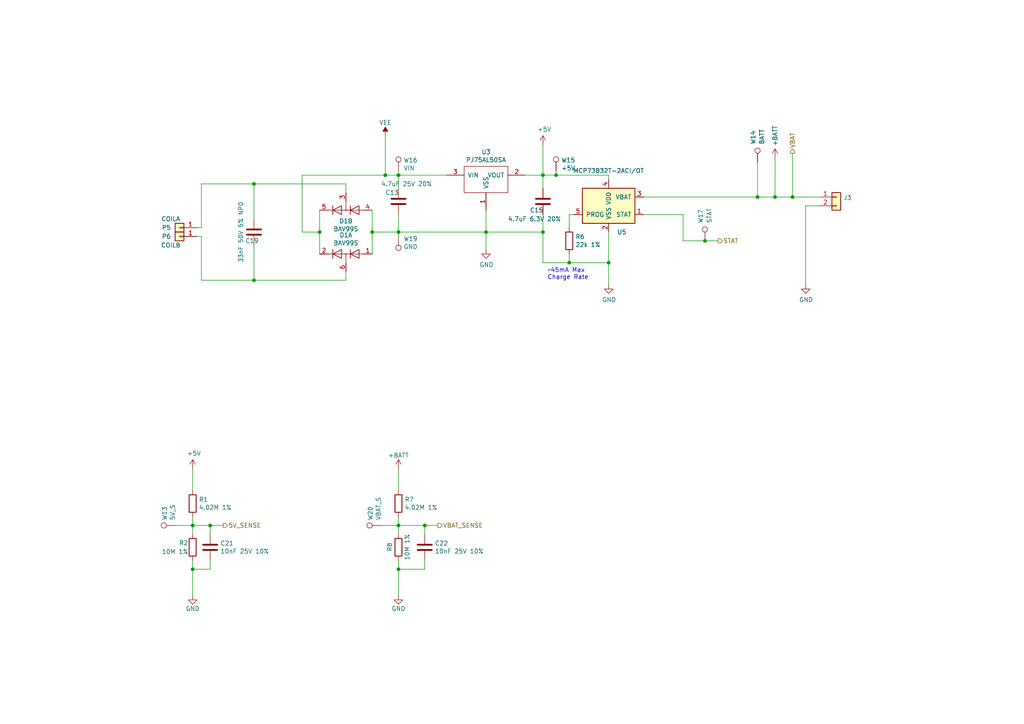
<source format=kicad_sch>
(kicad_sch (version 20211123) (generator eeschema)
  (paper "A4")
  (title_block (title "Pixels D20 Schematic, Main") (date "2022-08-26") (rev "13") (company "Systemic Games, LLC") (comment 1 "Wireless Charging Circuitry"))
  (lib_symbols
    (symbol "Connector_Generic:Conn_01x01" (pin_names (offset 1.016) hide)
      (property "Reference" "J" (at 0 2.54 0))
      (property "Value" "Conn_01x01" (at 0 -2.54 0))
      (symbol "Conn_01x01_1_1"
        (rectangle (start -1.27 0.127) (end 0 -0.127) (stroke (width 0.1524)))
        (rectangle (start -1.27 1.27) (end 1.27 -1.27) (stroke (width 0.254)) (fill (type background)))
        (pin passive line (at -5.08 0 0) (length 3.81) (name "Pin_1") (number "1"))
      )
    )
    (symbol "Connector_Generic:Conn_01x02" (pin_names (offset 1.016) hide)
      (property "Reference" "J" (at 0 2.54 0))
      (property "Value" "Conn_01x02" (at 0 -5.08 0))
      (symbol "Conn_01x02_1_1"
        (rectangle (start -1.27 -2.413) (end 0 -2.667) (stroke (width 0.1524)))
        (rectangle (start -1.27 0.127) (end 0 -0.127) (stroke (width 0.1524)))
        (rectangle (start -1.27 1.27) (end 1.27 -3.81) (stroke (width 0.254)) (fill (type background)))
        (pin passive line (at -5.08 0 0) (length 3.81) (name "Pin_1") (number "1"))
        (pin passive line (at -5.08 -2.54 0) (length 3.81) (name "Pin_2") (number "2"))
      )
    )
    (symbol "Device:C" (pin_numbers hide) (pin_names (offset 0.254))
      (property "Reference" "C" (at 0.635 2.54 0))
      (property "Value" "C" (at 0.635 -2.54 0))
      (symbol "C_0_1"
        (polyline (pts (xy -2.032 -0.762) (xy 2.032 -0.762)) (stroke (width 0.508)))
        (polyline (pts (xy -2.032 0.762) (xy 2.032 0.762)) (stroke (width 0.508)))
      )
      (symbol "C_1_1"
        (pin passive line (at 0 3.81 270) (length 2.794) (name "~") (number "1"))
        (pin passive line (at 0 -3.81 90) (length 2.794) (name "~") (number "2"))
      )
    )
    (symbol "Device:R" (pin_numbers hide) (pin_names (offset 0))
      (property "Reference" "R" (at 2.032 0 90))
      (property "Value" "R" (at 0 0 90))
      (symbol "R_0_1"
        (rectangle (start -1.016 -2.54) (end 1.016 2.54) (stroke (width 0.254)))
      )
      (symbol "R_1_1"
        (pin passive line (at 0 3.81 270) (length 1.27) (name "~") (number "1"))
        (pin passive line (at 0 -3.81 90) (length 1.27) (name "~") (number "2"))
      )
    )
    (symbol "Pixels-dice:BAV99S-diode" (pin_names (offset 0.0254) hide)
      (property "Reference" "D" (at 0 2.54 0))
      (property "Value" "BAV99S-diode" (at 0 5.08 0))
      (symbol "BAV99S-diode_0_1"
        (polyline (pts (xy -5.08 0) (xy 5.08 0)))
        (polyline (pts (xy 0 0) (xy 0 -2.54)))
        (polyline (pts (xy -1.27 -1.27) (xy -1.27 1.27) (xy -1.27 1.27)) (stroke (width 0.2032)))
        (polyline (pts (xy 3.81 1.27) (xy 3.81 -1.27) (xy 3.81 -1.27)) (stroke (width 0.2032)))
        (polyline (pts (xy -3.81 1.27) (xy -1.27 0) (xy -3.81 -1.27) (xy -3.81 1.27) (xy -3.81 1.27) (xy -3.81 1.27)) (stroke (width 0.2032)))
        (polyline (pts (xy 1.27 1.27) (xy 3.81 0) (xy 1.27 -1.27) (xy 1.27 1.27) (xy 1.27 1.27) (xy 1.27 1.27)) (stroke (width 0.2032)))
        (circle (center 0 0) (radius 0.127))
      )
      (symbol "BAV99S-diode_1_1"
        (polyline (pts (xy 6.35 0) (xy 7.62 0)))
        (pin passive line (at -7.62 0 0) (length 2.54) (name "A1") (number "1"))
        (pin passive line (at 7.62 0 180) (length 2.54) (name "K2") (number "2"))
        (pin passive line (at 0 -5.08 90) (length 2.54) (name "K3A4") (number "6"))
      )
      (symbol "BAV99S-diode_2_1"
        (polyline (pts (xy 6.35 0) (xy 7.62 0)))
        (pin passive line (at 0 -5.08 90) (length 2.54) (name "K1A2") (number "3"))
        (pin passive line (at -7.62 0 0) (length 2.54) (name "A3") (number "4"))
        (pin passive line (at 7.62 0 180) (length 2.54) (name "K4") (number "5"))
      )
    )
    (symbol "Pixels-dice:HX6306P502MR" (pin_names (offset 1.016))
      (property "Reference" "U" (at 3.81 -6.35 0))
      (property "Value" "HX6306P502MR" (at 0 3.81 0))
      (symbol "HX6306P502MR_0_1"
        (rectangle (start -6.35 2.54) (end 6.35 -5.08))
      )
      (symbol "HX6306P502MR_1_1"
        (pin power_in line (at 0 -10.16 90) (length 5.08) (name "VSS") (number "1"))
        (pin power_out line (at 11.43 0 180) (length 5.08) (name "VOUT") (number "2"))
        (pin power_in line (at -11.43 0 0) (length 5.08) (name "VIN") (number "3"))
      )
    )
    (symbol "Pixels-dice:MCP73831-2-OT-battery_management" (pin_names (offset 1.016))
      (property "Reference" "U" (at -7.62 6.35 0))
      (property "Value" "MCP73831-2-OT-battery_management" (at 1.27 6.35 0))
      (symbol "MCP73831-2-OT-battery_management_0_1"
        (rectangle (start -7.62 5.08) (end 7.62 -5.08) (stroke (width 0.254)) (fill (type background)))
      )
      (symbol "MCP73831-2-OT-battery_management_1_1"
        (pin output line (at 10.16 -2.54 180) (length 2.54) (name "STAT") (number "1"))
        (pin power_in line (at 0 -7.62 90) (length 2.54) (name "VSS") (number "2"))
        (pin power_out line (at 10.16 2.54 180) (length 2.54) (name "VBAT") (number "3"))
        (pin power_in line (at 0 7.62 270) (length 2.54) (name "VDD") (number "4"))
        (pin input line (at -10.16 -2.54 0) (length 2.54) (name "PROG") (number "5"))
      )
    )
    (symbol "Pixels-dice:TEST_1P-conn" (pin_numbers hide) (pin_names (offset 0.762) hide)
      (property "Reference" "W" (at 0 6.858 0))
      (property "Value" "TEST_1P-conn" (at 0 5.08 0))
      (symbol "TEST_1P-conn_0_1"
        (circle (center 0 3.302) (radius 0.762))
      )
      (symbol "TEST_1P-conn_1_1"
        (pin passive line (at 0 0 90) (length 2.54) (name "1") (number "1"))
      )
    )
    (symbol "power:+5V" (power) (pin_names (offset 0))
      (property "Value" "+5V" (at 0 3.556 0))
      (symbol "+5V_0_1"
        (polyline (pts (xy -0.762 1.27) (xy 0 2.54)))
        (polyline (pts (xy 0 0) (xy 0 2.54)))
        (polyline (pts (xy 0 2.54) (xy 0.762 1.27)))
      )
      (symbol "+5V_1_1"
        (pin power_in line (at 0 0 90) (length 0) hide (name "+5V") (number "1"))
      )
    )
    (symbol "power:+BATT" (power) (pin_names (offset 0))
      (property "Value" "+BATT" (at 0 3.556 0))
      (symbol "+BATT_0_1"
        (polyline (pts (xy -0.762 1.27) (xy 0 2.54)))
        (polyline (pts (xy 0 0) (xy 0 2.54)))
        (polyline (pts (xy 0 2.54) (xy 0.762 1.27)))
      )
      (symbol "+BATT_1_1"
        (pin power_in line (at 0 0 90) (length 0) hide (name "+BATT") (number "1"))
      )
    )
    (symbol "power:GND" (power) (pin_names (offset 0))
      (property "Value" "GND" (at 0 -3.81 0))
      (symbol "GND_0_1"
        (polyline (pts (xy 0 0) (xy 0 -1.27) (xy 1.27 -1.27) (xy 0 -2.54) (xy -1.27 -1.27) (xy 0 -1.27)))
      )
      (symbol "GND_1_1"
        (pin power_in line (at 0 0 270) (length 0) hide (name "GND") (number "1"))
      )
    )
    (symbol "power:VEE" (power) (pin_names (offset 0))
      (property "Value" "VEE" (at 0 3.81 0))
      (symbol "VEE_0_1"
        (polyline (pts (xy 0 0) (xy 0 2.54)))
        (polyline (pts (xy 0.762 1.27) (xy -0.762 1.27) (xy 0 2.54) (xy 0.762 1.27)) (fill (type outline)))
      )
      (symbol "VEE_1_1"
        (pin power_in line (at 0 0 90) (length 0) hide (name "VEE") (number "1"))
      )
    )
  )
  (junction (at 92.71 67.31))
  (junction (at 229.87 57.15))
  (junction (at 55.88 152.4))
  (junction (at 165.1 76.2))
  (junction (at 55.88 165.1))
  (junction (at 176.53 76.2))
  (junction (at 157.48 67.31))
  (junction (at 224.79 57.15))
  (junction (at 140.97 67.31))
  (junction (at 115.57 67.31))
  (junction (at 73.66 53.34))
  (junction (at 115.57 50.8))
  (junction (at 115.57 165.1))
  (junction (at 60.96 152.4))
  (junction (at 219.71 57.15))
  (junction (at 157.48 50.8))
  (junction (at 73.66 81.28))
  (junction (at 161.29 50.8))
  (junction (at 115.57 152.4))
  (junction (at 107.95 67.31))
  (junction (at 204.47 69.85))
  (junction (at 111.76 50.8))
  (junction (at 123.19 152.4))
  (wire (pts (xy 157.48 76.2) (xy 165.1 76.2)))
  (wire (pts (xy 73.66 81.28) (xy 58.42 81.28)))
  (wire (pts (xy 219.71 57.15) (xy 224.79 57.15)))
  (wire (pts (xy 123.19 165.1) (xy 115.57 165.1)))
  (wire (pts (xy 55.88 162.56) (xy 55.88 165.1)))
  (wire (pts (xy 157.48 67.31) (xy 157.48 76.2)))
  (wire (pts (xy 115.57 50.8) (xy 129.54 50.8)))
  (wire (pts (xy 161.29 49.53) (xy 161.29 50.8)))
  (wire (pts (xy 186.69 57.15) (xy 219.71 57.15)))
  (wire (pts (xy 50.8 152.4) (xy 55.88 152.4)))
  (wire (pts (xy 161.29 50.8) (xy 176.53 50.8)))
  (wire (pts (xy 198.12 69.85) (xy 204.47 69.85)))
  (wire (pts (xy 55.88 142.24) (xy 55.88 135.89)))
  (wire (pts (xy 73.66 53.34) (xy 58.42 53.34)))
  (wire (pts (xy 229.87 44.45) (xy 229.87 57.15)))
  (wire (pts (xy 157.48 41.91) (xy 157.48 50.8)))
  (wire (pts (xy 229.87 57.15) (xy 224.79 57.15)))
  (wire (pts (xy 58.42 81.28) (xy 58.42 68.58)))
  (wire (pts (xy 92.71 60.96) (xy 92.71 67.31)))
  (wire (pts (xy 123.19 152.4) (xy 127 152.4)))
  (wire (pts (xy 157.48 67.31) (xy 157.48 62.23)))
  (wire (pts (xy 186.69 62.23) (xy 198.12 62.23)))
  (wire (pts (xy 219.71 46.99) (xy 219.71 57.15)))
  (wire (pts (xy 165.1 73.66) (xy 165.1 76.2)))
  (wire (pts (xy 55.88 149.86) (xy 55.88 152.4)))
  (wire (pts (xy 58.42 66.04) (xy 57.15 66.04)))
  (wire (pts (xy 55.88 165.1) (xy 55.88 172.72)))
  (wire (pts (xy 55.88 154.94) (xy 55.88 152.4)))
  (wire (pts (xy 58.42 53.34) (xy 58.42 66.04)))
  (wire (pts (xy 92.71 67.31) (xy 92.71 73.66)))
  (wire (pts (xy 107.95 60.96) (xy 107.95 67.31)))
  (wire (pts (xy 140.97 67.31) (xy 157.48 67.31)))
  (wire (pts (xy 107.95 67.31) (xy 107.95 73.66)))
  (wire (pts (xy 115.57 49.53) (xy 115.57 50.8)))
  (wire (pts (xy 123.19 162.56) (xy 123.19 165.1)))
  (wire (pts (xy 60.96 162.56) (xy 60.96 165.1)))
  (wire (pts (xy 55.88 152.4) (xy 60.96 152.4)))
  (wire (pts (xy 233.68 59.69) (xy 233.68 82.55)))
  (wire (pts (xy 100.33 78.74) (xy 100.33 81.28)))
  (wire (pts (xy 115.57 50.8) (xy 115.57 54.61)))
  (wire (pts (xy 110.49 152.4) (xy 115.57 152.4)))
  (wire (pts (xy 140.97 67.31) (xy 140.97 72.39)))
  (wire (pts (xy 115.57 152.4) (xy 115.57 154.94)))
  (wire (pts (xy 115.57 135.89) (xy 115.57 142.24)))
  (wire (pts (xy 115.57 162.56) (xy 115.57 165.1)))
  (wire (pts (xy 224.79 45.72) (xy 224.79 57.15)))
  (wire (pts (xy 60.96 152.4) (xy 64.77 152.4)))
  (wire (pts (xy 73.66 71.12) (xy 73.66 81.28)))
  (wire (pts (xy 115.57 67.31) (xy 107.95 67.31)))
  (wire (pts (xy 176.53 52.07) (xy 176.53 50.8)))
  (wire (pts (xy 198.12 62.23) (xy 198.12 69.85)))
  (wire (pts (xy 60.96 154.94) (xy 60.96 152.4)))
  (wire (pts (xy 176.53 67.31) (xy 176.53 76.2)))
  (wire (pts (xy 152.4 50.8) (xy 157.48 50.8)))
  (wire (pts (xy 204.47 69.85) (xy 208.28 69.85)))
  (wire (pts (xy 157.48 50.8) (xy 157.48 54.61)))
  (wire (pts (xy 87.63 50.8) (xy 111.76 50.8)))
  (wire (pts (xy 140.97 60.96) (xy 140.97 67.31)))
  (wire (pts (xy 58.42 68.58) (xy 57.15 68.58)))
  (wire (pts (xy 73.66 53.34) (xy 100.33 53.34)))
  (wire (pts (xy 92.71 67.31) (xy 87.63 67.31)))
  (wire (pts (xy 123.19 152.4) (xy 123.19 154.94)))
  (wire (pts (xy 60.96 165.1) (xy 55.88 165.1)))
  (wire (pts (xy 237.49 59.69) (xy 233.68 59.69)))
  (wire (pts (xy 166.37 62.23) (xy 165.1 62.23)))
  (wire (pts (xy 115.57 68.58) (xy 115.57 67.31)))
  (wire (pts (xy 115.57 149.86) (xy 115.57 152.4)))
  (wire (pts (xy 165.1 76.2) (xy 176.53 76.2)))
  (wire (pts (xy 115.57 152.4) (xy 123.19 152.4)))
  (wire (pts (xy 157.48 50.8) (xy 161.29 50.8)))
  (wire (pts (xy 87.63 67.31) (xy 87.63 50.8)))
  (wire (pts (xy 229.87 57.15) (xy 237.49 57.15)))
  (wire (pts (xy 115.57 165.1) (xy 115.57 172.72)))
  (wire (pts (xy 111.76 39.37) (xy 111.76 50.8)))
  (wire (pts (xy 115.57 62.23) (xy 115.57 67.31)))
  (wire (pts (xy 115.57 67.31) (xy 140.97 67.31)))
  (wire (pts (xy 100.33 55.88) (xy 100.33 53.34)))
  (wire (pts (xy 165.1 62.23) (xy 165.1 66.04)))
  (wire (pts (xy 73.66 63.5) (xy 73.66 53.34)))
  (wire (pts (xy 176.53 76.2) (xy 176.53 82.55)))
  (wire (pts (xy 111.76 50.8) (xy 115.57 50.8)))
  (wire (pts (xy 73.66 81.28) (xy 100.33 81.28)))
  (text "~45mA Max\nCharge Rate" (at 158.75 81.28 0) (effects (font (size 1.27 1.27)) (justify left bottom)))
  (hierarchical_label "VBAT" (shape output) (at 229.87 44.45 90))
  (hierarchical_label "5V_SENSE" (shape output) (at 64.77 152.4 0))
  (hierarchical_label "STAT" (shape output) (at 208.28 69.85 0))
  (hierarchical_label "VBAT_SENSE" (shape output) (at 127 152.4 0))
  (symbol (lib_id "power:GND") (at 233.68 82.55 0) (unit 1)
    (property "Reference" "#PWR052" (effects hide))
    (property "Value" "GND" (at 233.807 86.9442 0))
  )
  (symbol (lib_id "Device:C") (at 115.57 58.42 0) (unit 1)
    (property "Reference" "C13" (at 111.76 55.88 0) (effects (justify left)))
    (property "Value" "4.7uF 25V 20%" (at 110.49 53.34 0) (effects (justify left)))
    (property "Footprint" "Capacitor_SMD:C_0603_1608Metric" (effects hide))
    (property "Generic OK" "YES" (effects hide))
    (property "Pixels Part Number" "SMD-C010" (effects hide))
    (property "Manufacturer" "Murata" (effects hide))
    (property "Manufacturer Part Number" "GRM188R61E475KE11D" (effects hide))
  )
  (symbol (lib_id "Pixels-dice:TEST_1P-conn") (at 115.57 49.53 0) (unit 1)
    (property "Reference" "W16" (at 117.0432 46.482 0) (effects (justify left)))
    (property "Value" "VIN" (at 117.0432 48.7934 0) (effects (justify left)))
    (property "Footprint" "Pixels-dice:TEST_PIN" (effects hide))
    (property "Generic OK" "N/A" (effects hide))
  )
  (symbol (lib_id "power:VEE") (at 111.76 39.37 0) (unit 1)
    (property "Reference" "#PWR032" (effects hide))
    (property "Value" "VEE" (at 111.76 35.56 0))
  )
  (symbol (lib_id "power:+5V") (at 55.88 135.89 0) (unit 1)
    (property "Reference" "#PWR057" (effects hide))
    (property "Value" "+5V" (at 56.261 131.4958 0))
  )
  (symbol (lib_id "Pixels-dice:TEST_1P-conn") (at 50.8 152.4 90) (unit 1)
    (property "Reference" "W13" (at 47.752 150.9268 0) (effects (justify left)))
    (property "Value" "5V_S" (at 50.0634 150.9268 0) (effects (justify left)))
    (property "Footprint" "Pixels-dice:TEST_PIN" (effects hide))
    (property "Generic OK" "N/A" (effects hide))
  )
  (symbol (lib_id "Device:C") (at 73.66 67.31 0) (unit 1)
    (property "Reference" "C19" (at 71.12 69.85 0) (effects (justify left)))
    (property "Value" "33nF 50V 5% NP0" (at 69.85 76.2 90) (effects (justify left)))
    (property "Footprint" "Capacitor_SMD:C_1206_3216Metric" (effects hide))
    (property "Generic OK" "NO" (effects hide))
    (property "Pixels Part Number" "SMD-C011" (effects hide))
    (property "Manufacturer" "Murata" (effects hide))
    (property "Manufacturer Part Number" "GRM3195C1H333JA01J" (effects hide))
  )
  (symbol (lib_id "Device:R") (at 165.1 69.85 0) (unit 1)
    (property "Reference" "R6" (at 166.878 68.6816 0) (effects (justify left)))
    (property "Value" "22k 1%" (at 166.878 70.993 0) (effects (justify left)))
    (property "Footprint" "Pixels-dice:R_0402_1005Metric" (effects hide))
    (property "Generic OK" "YES" (effects hide))
    (property "Pixels Part Number" "SMD-R002" (effects hide))
    (property "Manufacturer" "UNI-ROYAL(Uniroyal Elec)" (effects hide))
    (property "Manufacturer Part Number" "0402WGF2202TCE" (effects hide))
  )
  (symbol (lib_id "Device:R") (at 115.57 146.05 0) (unit 1)
    (property "Reference" "R7" (at 117.348 144.8816 0) (effects (justify left)))
    (property "Value" "4.02M 1%" (at 117.348 147.193 0) (effects (justify left)))
    (property "Footprint" "Pixels-dice:R_0402_1005Metric" (effects hide))
    (property "Generic OK" "YES" (effects hide))
    (property "Pixels Part Number" "SMD-R003" (effects hide))
    (property "Manufacturer" "UNI-ROYAL(Uniroyal Elec)" (effects hide))
    (property "Manufacturer Part Number" "0402WGF4024TCE" (effects hide))
  )
  (symbol (lib_id "power:+BATT") (at 115.57 135.89 0) (unit 1)
    (property "Reference" "#PWR058" (effects hide))
    (property "Value" "+BATT" (at 115.57 132.08 0))
  )
  (symbol (lib_id "Device:R") (at 115.57 158.75 0) (unit 1)
    (property "Reference" "R8" (at 113.03 160.02 90) (effects (justify left)))
    (property "Value" "10M 1%" (at 118.11 162.56 90) (effects (justify left)))
    (property "Footprint" "Pixels-dice:R_0402_1005Metric" (effects hide))
    (property "Generic OK" "YES" (effects hide))
    (property "Pixels Part Number" "SMD-R004" (effects hide))
    (property "Manufacturer" "UNI-ROYAL(Uniroyal Elec)" (effects hide))
    (property "Manufacturer Part Number" "0402WGF1005TCE" (effects hide))
  )
  (symbol (lib_id "Pixels-dice:MCP73831-2-OT-battery_management") (at 176.53 59.69 0) (unit 1)
    (property "Reference" "U5" (at 180.34 67.31 0))
    (property "Value" "MCP73832T-2ACI/OT" (at 176.53 49.53 0))
    (property "Footprint" "Package_TO_SOT_SMD:SOT-23-5" (effects hide))
    (property "Datasheet" "http://ww1.microchip.com/downloads/en/DeviceDoc/20001984g.pdf" (effects hide))
    (property "Generic OK" "NO" (effects hide))
    (property "Manufacturer" "Microchip" (effects hide))
    (property "Manufacturer Part Number" "MCP73832T-2ACI/OT" (effects hide))
    (property "Pixels Part Number" "SMD-U005" (effects hide))
  )
  (symbol (lib_id "Device:R") (at 55.88 146.05 0) (unit 1)
    (property "Reference" "R1" (at 57.658 144.8816 0) (effects (justify left)))
    (property "Value" "4.02M 1%" (at 57.658 147.193 0) (effects (justify left)))
    (property "Footprint" "Pixels-dice:R_0402_1005Metric" (effects hide))
    (property "Generic OK" "YES" (effects hide))
    (property "Pixels Part Number" "SMD-R003" (effects hide))
    (property "Manufacturer" "UNI-ROYAL(Uniroyal Elec)" (effects hide))
    (property "Manufacturer Part Number" "0402WGF4024TCE" (effects hide))
  )
  (symbol (lib_id "Device:R") (at 55.88 158.75 180) (unit 1)
    (property "Reference" "R2" (at 54.61 157.48 0) (effects (justify left)))
    (property "Value" "10M 1%" (at 54.61 160.02 0) (effects (justify left)))
    (property "Footprint" "Pixels-dice:R_0402_1005Metric" (effects hide))
    (property "Generic OK" "YES" (effects hide))
    (property "Pixels Part Number" "SMD-R004" (effects hide))
    (property "Manufacturer" "UNI-ROYAL(Uniroyal Elec)" (effects hide))
    (property "Manufacturer Part Number" "0402WGF1005TCE" (effects hide))
  )
  (symbol (lib_id "power:GND") (at 115.57 172.72 0) (unit 1)
    (property "Reference" "#PWR060" (effects hide))
    (property "Value" "GND" (at 115.57 176.53 0))
  )
  (symbol (lib_id "power:+5V") (at 157.48 41.91 0) (unit 1)
    (property "Reference" "#PWR040" (effects hide))
    (property "Value" "+5V" (at 157.861 37.5158 0))
  )
  (symbol (lib_id "Device:C") (at 123.19 158.75 0) (unit 1)
    (property "Reference" "C22" (at 126.111 157.5816 0) (effects (justify left)))
    (property "Value" "10nF 25V 10%" (at 126.111 159.893 0) (effects (justify left)))
    (property "Footprint" "Pixels-dice:C_0402_1005Metric" (effects hide))
    (property "Generic OK" "YES" (effects hide))
    (property "Pixels Part Number" "SMD-C009" (effects hide))
    (property "Manufacturer" "Murata" (effects hide))
    (property "Manufacturer Part Number" "GRM155R71H103KA88" (effects hide))
  )
  (symbol (lib_id "Pixels-dice:TEST_1P-conn") (at 204.47 69.85 0) (unit 1)
    (property "Reference" "W17" (at 203.2 64.77 90) (effects (justify left)))
    (property "Value" "STAT" (at 205.74 64.77 90) (effects (justify left)))
    (property "Footprint" "Pixels-dice:TEST_PIN" (effects hide))
    (property "Generic OK" "N/A" (effects hide))
  )
  (symbol (lib_id "power:GND") (at 176.53 82.55 0) (unit 1)
    (property "Reference" "#PWR051" (effects hide))
    (property "Value" "GND" (at 176.657 86.9442 0))
  )
  (symbol (lib_id "power:GND") (at 140.97 72.39 0) (unit 1)
    (property "Reference" "#PWR050" (effects hide))
    (property "Value" "GND" (at 141.097 76.7842 0))
  )
  (symbol (lib_id "power:+BATT") (at 224.79 45.72 0) (unit 1)
    (property "Reference" "#PWR041" (effects hide))
    (property "Value" "+BATT" (at 224.79 39.37 90))
  )
  (symbol (lib_id "Connector_Generic:Conn_01x02") (at 242.57 57.15 0) (unit 1)
    (property "Reference" "J3" (at 244.602 57.3532 0) (effects (justify left)))
    (property "Value" "Conn_01x02" (effects hide))
    (property "Footprint" "Pixels-dice:Hongjie 10100 Connector" (effects hide))
    (property "Generic OK" "N/A" (effects hide))
  )
  (symbol (lib_id "Device:C") (at 157.48 58.42 0) (unit 1)
    (property "Reference" "C15" (at 153.67 60.96 0) (effects (justify left)))
    (property "Value" "4.7uF 6.3V 20%" (at 147.32 63.5 0) (effects (justify left)))
    (property "Footprint" "Pixels-dice:C_0402_1005Metric" (effects hide))
    (property "Generic OK" "YES" (effects hide))
    (property "Pixels Part Number" "SMD-C002" (effects hide))
    (property "Manufacturer" "Murata" (effects hide))
    (property "Manufacturer Part Number" "GRM155R60J475ME87D" (effects hide))
  )
  (symbol (lib_id "Pixels-dice:TEST_1P-conn") (at 115.57 68.58 180) (unit 1)
    (property "Reference" "W19" (at 117.0432 69.2658 0) (effects (justify right)))
    (property "Value" "GND" (at 117.0432 71.5772 0) (effects (justify right)))
    (property "Footprint" "Pixels-dice:TEST_PIN" (effects hide))
    (property "Generic OK" "N/A" (effects hide))
  )
  (symbol (lib_id "Pixels-dice:TEST_1P-conn") (at 219.71 46.99 0) (unit 1)
    (property "Reference" "W14" (at 218.44 41.91 90) (effects (justify left)))
    (property "Value" "BATT" (at 220.98 41.91 90) (effects (justify left)))
    (property "Footprint" "Pixels-dice:TEST_PIN" (effects hide))
    (property "Generic OK" "N/A" (effects hide))
  )
  (symbol (lib_id "Connector_Generic:Conn_01x01") (at 52.07 68.58 180) (unit 1)
    (property "Reference" "P6" (at 48.26 68.58 0))
    (property "Value" "COILB" (at 49.53 71.12 0))
    (property "Footprint" "TestPoint:TestPoint_THTPad_D1.5mm_Drill0.7mm" (effects hide))
    (property "Generic OK" "N/A" (effects hide))
  )
  (symbol (lib_id "Connector_Generic:Conn_01x01") (at 52.07 66.04 180) (unit 1)
    (property "Reference" "P5" (at 48.26 66.04 0))
    (property "Value" "COILA" (at 49.53 63.5 0))
    (property "Footprint" "TestPoint:TestPoint_THTPad_D1.5mm_Drill0.7mm" (effects hide))
    (property "Generic OK" "N/A" (effects hide))
  )
  (symbol (lib_id "Pixels-dice:TEST_1P-conn") (at 110.49 152.4 90) (unit 1)
    (property "Reference" "W20" (at 107.442 150.9268 0) (effects (justify left)))
    (property "Value" "VBAT_S" (at 109.7534 150.9268 0) (effects (justify left)))
    (property "Footprint" "Pixels-dice:TEST_PIN" (effects hide))
    (property "Generic OK" "N/A" (effects hide))
  )
  (symbol (lib_id "Pixels-dice:HX6306P502MR") (at 140.97 50.8 0) (unit 1)
    (property "Reference" "U3" (at 140.97 44.069 0))
    (property "Value" "PJ75AL50SA" (at 140.97 46.3804 0))
    (property "Footprint" "Pixels-dice:SOT-23" (effects hide))
    (property "Manufacturer" "PJSEMI" (effects hide))
    (property "Manufacturer Part Number" "PJ75AL50SA" (effects hide))
    (property "Generic OK" "NO" (effects hide))
  )
  (symbol (lib_id "Pixels-dice:TEST_1P-conn") (at 161.29 49.53 0) (unit 1)
    (property "Reference" "W15" (at 162.7632 46.482 0) (effects (justify left)))
    (property "Value" "+5V" (at 162.7632 48.7934 0) (effects (justify left)))
    (property "Footprint" "Pixels-dice:TEST_PIN" (effects hide))
    (property "Generic OK" "N/A" (effects hide))
  )
  (symbol (lib_id "Pixels-dice:BAV99S-diode") (at 100.33 60.96 180) (unit 2)
    (property "Reference" "D1" (at 100.33 64.1096 0))
    (property "Value" "BAV99S" (at 100.33 66.421 0))
    (property "Footprint" "Package_TO_SOT_SMD:SOT-363_SC-70-6" (effects hide))
    (property "Datasheet" "https://assets.nexperia.com/documents/data-sheet/BAV99_SER.pdf" (effects hide))
    (property "Generic OK" "YES" (effects hide))
    (property "Manufacturer" "Nexperia" (effects hide))
    (property "Manufacturer Part Number" "BAV99S,115" (effects hide))
    (property "Pixels Part Number" "SMD-D001" (effects hide))
  )
  (symbol (lib_id "power:GND") (at 55.88 172.72 0) (unit 1)
    (property "Reference" "#PWR059" (effects hide))
    (property "Value" "GND" (at 55.88 176.53 0))
  )
  (symbol (lib_id "Pixels-dice:BAV99S-diode") (at 100.33 73.66 0) (mirror y) (unit 1)
    (property "Reference" "D1" (at 100.33 68.1736 0))
    (property "Value" "BAV99S" (at 100.33 70.485 0))
    (property "Footprint" "Package_TO_SOT_SMD:SOT-363_SC-70-6" (effects hide))
    (property "Datasheet" "https://assets.nexperia.com/documents/data-sheet/BAV99_SER.pdf" (effects hide))
    (property "Generic OK" "YES" (effects hide))
    (property "Manufacturer" "Nexperia" (effects hide))
    (property "Manufacturer Part Number" "BAV99S,115" (effects hide))
    (property "Pixels Part Number" "SMD-D001" (effects hide))
  )
  (symbol (lib_id "Device:C") (at 60.96 158.75 0) (unit 1)
    (property "Reference" "C21" (at 63.881 157.5816 0) (effects (justify left)))
    (property "Value" "10nF 25V 10%" (at 63.881 159.893 0) (effects (justify left)))
    (property "Footprint" "Pixels-dice:C_0402_1005Metric" (effects hide))
    (property "Generic OK" "YES" (effects hide))
    (property "Pixels Part Number" "SMD-C009" (effects hide))
    (property "Manufacturer" "Murata" (effects hide))
    (property "Manufacturer Part Number" "GRM155R71H103KA88" (effects hide))
  )
)
</source>
